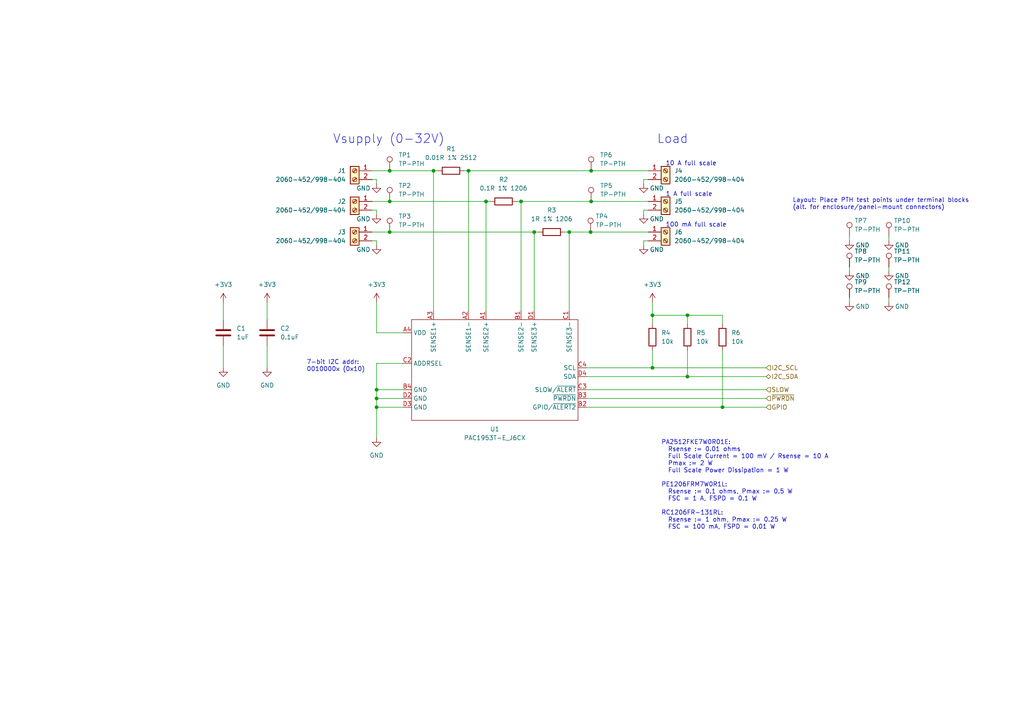
<source format=kicad_sch>
(kicad_sch (version 20211123) (generator eeschema)

  (uuid ce82fbda-e06d-49cc-a744-32ea5e870665)

  (paper "A4")

  (lib_symbols
    (symbol "Connector:Screw_Terminal_01x02" (pin_names (offset 1.016) hide) (in_bom yes) (on_board yes)
      (property "Reference" "J" (id 0) (at 0 2.54 0)
        (effects (font (size 1.27 1.27)))
      )
      (property "Value" "Screw_Terminal_01x02" (id 1) (at 0 -5.08 0)
        (effects (font (size 1.27 1.27)))
      )
      (property "Footprint" "" (id 2) (at 0 0 0)
        (effects (font (size 1.27 1.27)) hide)
      )
      (property "Datasheet" "~" (id 3) (at 0 0 0)
        (effects (font (size 1.27 1.27)) hide)
      )
      (property "ki_keywords" "screw terminal" (id 4) (at 0 0 0)
        (effects (font (size 1.27 1.27)) hide)
      )
      (property "ki_description" "Generic screw terminal, single row, 01x02, script generated (kicad-library-utils/schlib/autogen/connector/)" (id 5) (at 0 0 0)
        (effects (font (size 1.27 1.27)) hide)
      )
      (property "ki_fp_filters" "TerminalBlock*:*" (id 6) (at 0 0 0)
        (effects (font (size 1.27 1.27)) hide)
      )
      (symbol "Screw_Terminal_01x02_1_1"
        (rectangle (start -1.27 1.27) (end 1.27 -3.81)
          (stroke (width 0.254) (type default) (color 0 0 0 0))
          (fill (type background))
        )
        (circle (center 0 -2.54) (radius 0.635)
          (stroke (width 0.1524) (type default) (color 0 0 0 0))
          (fill (type none))
        )
        (polyline
          (pts
            (xy -0.5334 -2.2098)
            (xy 0.3302 -3.048)
          )
          (stroke (width 0.1524) (type default) (color 0 0 0 0))
          (fill (type none))
        )
        (polyline
          (pts
            (xy -0.5334 0.3302)
            (xy 0.3302 -0.508)
          )
          (stroke (width 0.1524) (type default) (color 0 0 0 0))
          (fill (type none))
        )
        (polyline
          (pts
            (xy -0.3556 -2.032)
            (xy 0.508 -2.8702)
          )
          (stroke (width 0.1524) (type default) (color 0 0 0 0))
          (fill (type none))
        )
        (polyline
          (pts
            (xy -0.3556 0.508)
            (xy 0.508 -0.3302)
          )
          (stroke (width 0.1524) (type default) (color 0 0 0 0))
          (fill (type none))
        )
        (circle (center 0 0) (radius 0.635)
          (stroke (width 0.1524) (type default) (color 0 0 0 0))
          (fill (type none))
        )
        (pin passive line (at -5.08 0 0) (length 3.81)
          (name "Pin_1" (effects (font (size 1.27 1.27))))
          (number "1" (effects (font (size 1.27 1.27))))
        )
        (pin passive line (at -5.08 -2.54 0) (length 3.81)
          (name "Pin_2" (effects (font (size 1.27 1.27))))
          (number "2" (effects (font (size 1.27 1.27))))
        )
      )
    )
    (symbol "Connector:TestPoint" (pin_numbers hide) (pin_names (offset 0.762) hide) (in_bom yes) (on_board yes)
      (property "Reference" "TP" (id 0) (at 0 6.858 0)
        (effects (font (size 1.27 1.27)))
      )
      (property "Value" "TestPoint" (id 1) (at 0 5.08 0)
        (effects (font (size 1.27 1.27)))
      )
      (property "Footprint" "" (id 2) (at 5.08 0 0)
        (effects (font (size 1.27 1.27)) hide)
      )
      (property "Datasheet" "~" (id 3) (at 5.08 0 0)
        (effects (font (size 1.27 1.27)) hide)
      )
      (property "ki_keywords" "test point tp" (id 4) (at 0 0 0)
        (effects (font (size 1.27 1.27)) hide)
      )
      (property "ki_description" "test point" (id 5) (at 0 0 0)
        (effects (font (size 1.27 1.27)) hide)
      )
      (property "ki_fp_filters" "Pin* Test*" (id 6) (at 0 0 0)
        (effects (font (size 1.27 1.27)) hide)
      )
      (symbol "TestPoint_0_1"
        (circle (center 0 3.302) (radius 0.762)
          (stroke (width 0) (type default) (color 0 0 0 0))
          (fill (type none))
        )
      )
      (symbol "TestPoint_1_1"
        (pin passive line (at 0 0 90) (length 2.54)
          (name "1" (effects (font (size 1.27 1.27))))
          (number "1" (effects (font (size 1.27 1.27))))
        )
      )
    )
    (symbol "Device:C" (pin_numbers hide) (pin_names (offset 0.254)) (in_bom yes) (on_board yes)
      (property "Reference" "C" (id 0) (at 0.635 2.54 0)
        (effects (font (size 1.27 1.27)) (justify left))
      )
      (property "Value" "C" (id 1) (at 0.635 -2.54 0)
        (effects (font (size 1.27 1.27)) (justify left))
      )
      (property "Footprint" "" (id 2) (at 0.9652 -3.81 0)
        (effects (font (size 1.27 1.27)) hide)
      )
      (property "Datasheet" "~" (id 3) (at 0 0 0)
        (effects (font (size 1.27 1.27)) hide)
      )
      (property "ki_keywords" "cap capacitor" (id 4) (at 0 0 0)
        (effects (font (size 1.27 1.27)) hide)
      )
      (property "ki_description" "Unpolarized capacitor" (id 5) (at 0 0 0)
        (effects (font (size 1.27 1.27)) hide)
      )
      (property "ki_fp_filters" "C_*" (id 6) (at 0 0 0)
        (effects (font (size 1.27 1.27)) hide)
      )
      (symbol "C_0_1"
        (polyline
          (pts
            (xy -2.032 -0.762)
            (xy 2.032 -0.762)
          )
          (stroke (width 0.508) (type default) (color 0 0 0 0))
          (fill (type none))
        )
        (polyline
          (pts
            (xy -2.032 0.762)
            (xy 2.032 0.762)
          )
          (stroke (width 0.508) (type default) (color 0 0 0 0))
          (fill (type none))
        )
      )
      (symbol "C_1_1"
        (pin passive line (at 0 3.81 270) (length 2.794)
          (name "~" (effects (font (size 1.27 1.27))))
          (number "1" (effects (font (size 1.27 1.27))))
        )
        (pin passive line (at 0 -3.81 90) (length 2.794)
          (name "~" (effects (font (size 1.27 1.27))))
          (number "2" (effects (font (size 1.27 1.27))))
        )
      )
    )
    (symbol "Device:R" (pin_numbers hide) (pin_names (offset 0)) (in_bom yes) (on_board yes)
      (property "Reference" "R" (id 0) (at 2.032 0 90)
        (effects (font (size 1.27 1.27)))
      )
      (property "Value" "R" (id 1) (at 0 0 90)
        (effects (font (size 1.27 1.27)))
      )
      (property "Footprint" "" (id 2) (at -1.778 0 90)
        (effects (font (size 1.27 1.27)) hide)
      )
      (property "Datasheet" "~" (id 3) (at 0 0 0)
        (effects (font (size 1.27 1.27)) hide)
      )
      (property "ki_keywords" "R res resistor" (id 4) (at 0 0 0)
        (effects (font (size 1.27 1.27)) hide)
      )
      (property "ki_description" "Resistor" (id 5) (at 0 0 0)
        (effects (font (size 1.27 1.27)) hide)
      )
      (property "ki_fp_filters" "R_*" (id 6) (at 0 0 0)
        (effects (font (size 1.27 1.27)) hide)
      )
      (symbol "R_0_1"
        (rectangle (start -1.016 -2.54) (end 1.016 2.54)
          (stroke (width 0.254) (type default) (color 0 0 0 0))
          (fill (type none))
        )
      )
      (symbol "R_1_1"
        (pin passive line (at 0 3.81 270) (length 1.27)
          (name "~" (effects (font (size 1.27 1.27))))
          (number "1" (effects (font (size 1.27 1.27))))
        )
        (pin passive line (at 0 -3.81 90) (length 1.27)
          (name "~" (effects (font (size 1.27 1.27))))
          (number "2" (effects (font (size 1.27 1.27))))
        )
      )
    )
    (symbol "ik:PAC1953T-E_J6CX" (in_bom yes) (on_board yes)
      (property "Reference" "U" (id 0) (at -24.13 10.16 0)
        (effects (font (size 1.27 1.27)))
      )
      (property "Value" "PAC1953T-E_J6CX" (id 1) (at -15.24 -21.59 0)
        (effects (font (size 1.27 1.27)))
      )
      (property "Footprint" "" (id 2) (at -10.16 10.16 0)
        (effects (font (size 1.27 1.27)) hide)
      )
      (property "Datasheet" "" (id 3) (at -10.16 10.16 0)
        (effects (font (size 1.27 1.27)) hide)
      )
      (symbol "PAC1953T-E_J6CX_0_1"
        (rectangle (start -24.13 8.89) (end 24.13 -20.32)
          (stroke (width 0) (type default) (color 0 0 0 0))
          (fill (type none))
        )
      )
      (symbol "PAC1953T-E_J6CX_1_1"
        (pin passive line (at -2.54 11.43 270) (length 2.54)
          (name "SENSE2+" (effects (font (size 1.27 1.27))))
          (number "A1" (effects (font (size 1.27 1.27))))
        )
        (pin passive line (at -7.62 11.43 270) (length 2.54)
          (name "SENSE1-" (effects (font (size 1.27 1.27))))
          (number "A2" (effects (font (size 1.27 1.27))))
        )
        (pin passive line (at -17.78 11.43 270) (length 2.54)
          (name "SENSE1+" (effects (font (size 1.27 1.27))))
          (number "A3" (effects (font (size 1.27 1.27))))
        )
        (pin power_in line (at -26.67 5.08 0) (length 2.54)
          (name "VDD" (effects (font (size 1.27 1.27))))
          (number "A4" (effects (font (size 1.27 1.27))))
        )
        (pin passive line (at 7.62 11.43 270) (length 2.54)
          (name "SENSE2-" (effects (font (size 1.27 1.27))))
          (number "B1" (effects (font (size 1.27 1.27))))
        )
        (pin open_collector line (at 26.67 -16.51 180) (length 2.54)
          (name "GPIO/~{ALERT2}" (effects (font (size 1.27 1.27))))
          (number "B2" (effects (font (size 1.27 1.27))))
        )
        (pin input line (at 26.67 -13.97 180) (length 2.54)
          (name "~{PWRDN}" (effects (font (size 1.27 1.27))))
          (number "B3" (effects (font (size 1.27 1.27))))
        )
        (pin power_in line (at -26.67 -11.43 0) (length 2.54)
          (name "GND" (effects (font (size 1.27 1.27))))
          (number "B4" (effects (font (size 1.27 1.27))))
        )
        (pin passive line (at 21.59 11.43 270) (length 2.54)
          (name "SENSE3-" (effects (font (size 1.27 1.27))))
          (number "C1" (effects (font (size 1.27 1.27))))
        )
        (pin passive line (at -26.67 -3.81 0) (length 2.54)
          (name "ADDRSEL" (effects (font (size 1.27 1.27))))
          (number "C2" (effects (font (size 1.27 1.27))))
        )
        (pin bidirectional line (at 26.67 -11.43 180) (length 2.54)
          (name "SLOW/~{ALERT}" (effects (font (size 1.27 1.27))))
          (number "C3" (effects (font (size 1.27 1.27))))
        )
        (pin input line (at 26.67 -5.08 180) (length 2.54)
          (name "SCL" (effects (font (size 1.27 1.27))))
          (number "C4" (effects (font (size 1.27 1.27))))
        )
        (pin passive line (at 11.43 11.43 270) (length 2.54)
          (name "SENSE3+" (effects (font (size 1.27 1.27))))
          (number "D1" (effects (font (size 1.27 1.27))))
        )
        (pin passive line (at -26.67 -13.97 0) (length 2.54)
          (name "GND" (effects (font (size 1.27 1.27))))
          (number "D2" (effects (font (size 1.27 1.27))))
        )
        (pin passive line (at -26.67 -16.51 0) (length 2.54)
          (name "GND" (effects (font (size 1.27 1.27))))
          (number "D3" (effects (font (size 1.27 1.27))))
        )
        (pin open_collector line (at 26.67 -7.62 180) (length 2.54)
          (name "SDA" (effects (font (size 1.27 1.27))))
          (number "D4" (effects (font (size 1.27 1.27))))
        )
      )
    )
    (symbol "power:+3V3" (power) (pin_names (offset 0)) (in_bom yes) (on_board yes)
      (property "Reference" "#PWR" (id 0) (at 0 -3.81 0)
        (effects (font (size 1.27 1.27)) hide)
      )
      (property "Value" "+3V3" (id 1) (at 0 3.556 0)
        (effects (font (size 1.27 1.27)))
      )
      (property "Footprint" "" (id 2) (at 0 0 0)
        (effects (font (size 1.27 1.27)) hide)
      )
      (property "Datasheet" "" (id 3) (at 0 0 0)
        (effects (font (size 1.27 1.27)) hide)
      )
      (property "ki_keywords" "power-flag" (id 4) (at 0 0 0)
        (effects (font (size 1.27 1.27)) hide)
      )
      (property "ki_description" "Power symbol creates a global label with name \"+3V3\"" (id 5) (at 0 0 0)
        (effects (font (size 1.27 1.27)) hide)
      )
      (symbol "+3V3_0_1"
        (polyline
          (pts
            (xy -0.762 1.27)
            (xy 0 2.54)
          )
          (stroke (width 0) (type default) (color 0 0 0 0))
          (fill (type none))
        )
        (polyline
          (pts
            (xy 0 0)
            (xy 0 2.54)
          )
          (stroke (width 0) (type default) (color 0 0 0 0))
          (fill (type none))
        )
        (polyline
          (pts
            (xy 0 2.54)
            (xy 0.762 1.27)
          )
          (stroke (width 0) (type default) (color 0 0 0 0))
          (fill (type none))
        )
      )
      (symbol "+3V3_1_1"
        (pin power_in line (at 0 0 90) (length 0) hide
          (name "+3V3" (effects (font (size 1.27 1.27))))
          (number "1" (effects (font (size 1.27 1.27))))
        )
      )
    )
    (symbol "power:GND" (power) (pin_names (offset 0)) (in_bom yes) (on_board yes)
      (property "Reference" "#PWR" (id 0) (at 0 -6.35 0)
        (effects (font (size 1.27 1.27)) hide)
      )
      (property "Value" "GND" (id 1) (at 0 -3.81 0)
        (effects (font (size 1.27 1.27)))
      )
      (property "Footprint" "" (id 2) (at 0 0 0)
        (effects (font (size 1.27 1.27)) hide)
      )
      (property "Datasheet" "" (id 3) (at 0 0 0)
        (effects (font (size 1.27 1.27)) hide)
      )
      (property "ki_keywords" "power-flag" (id 4) (at 0 0 0)
        (effects (font (size 1.27 1.27)) hide)
      )
      (property "ki_description" "Power symbol creates a global label with name \"GND\" , ground" (id 5) (at 0 0 0)
        (effects (font (size 1.27 1.27)) hide)
      )
      (symbol "GND_0_1"
        (polyline
          (pts
            (xy 0 0)
            (xy 0 -1.27)
            (xy 1.27 -1.27)
            (xy 0 -2.54)
            (xy -1.27 -1.27)
            (xy 0 -1.27)
          )
          (stroke (width 0) (type default) (color 0 0 0 0))
          (fill (type none))
        )
      )
      (symbol "GND_1_1"
        (pin power_in line (at 0 0 270) (length 0) hide
          (name "GND" (effects (font (size 1.27 1.27))))
          (number "1" (effects (font (size 1.27 1.27))))
        )
      )
    )
  )

  (junction (at 140.97 58.42) (diameter 0) (color 0 0 0 0)
    (uuid 10e84886-e479-47b1-aa6e-621fc0de728e)
  )
  (junction (at 113.03 67.31) (diameter 0) (color 0 0 0 0)
    (uuid 242bb061-6435-4598-82a4-bf4a46a32c39)
  )
  (junction (at 189.23 106.68) (diameter 0) (color 0 0 0 0)
    (uuid 26352b34-74b9-4a36-9300-05d17e45c836)
  )
  (junction (at 171.2962 67.31) (diameter 0) (color 0 0 0 0)
    (uuid 33c56571-5c77-4f39-b765-88ab796e6eff)
  )
  (junction (at 151.13 58.42) (diameter 0) (color 0 0 0 0)
    (uuid 4e1a3a0a-a1db-4e25-9965-c9ee1cabf0dd)
  )
  (junction (at 109.22 118.11) (diameter 0) (color 0 0 0 0)
    (uuid 636f34ca-fe5c-4fa3-9b0a-fc24e3fb6a40)
  )
  (junction (at 109.22 115.57) (diameter 0) (color 0 0 0 0)
    (uuid 99df0b0d-a0d1-476e-8bf4-25488b46a13d)
  )
  (junction (at 209.55 118.11) (diameter 0) (color 0 0 0 0)
    (uuid 9e05c9a7-33f9-4d19-83c1-5aa9a470d178)
  )
  (junction (at 125.73 49.53) (diameter 0) (color 0 0 0 0)
    (uuid 9fa4fa92-74f6-4435-af35-36cca3589fb0)
  )
  (junction (at 199.39 91.44) (diameter 0) (color 0 0 0 0)
    (uuid ab552a75-ad43-46d1-ac3b-3d933fecddb5)
  )
  (junction (at 135.89 49.53) (diameter 0) (color 0 0 0 0)
    (uuid bd8f7a3d-c4b8-4fe8-8666-dc6633770165)
  )
  (junction (at 189.23 91.44) (diameter 0) (color 0 0 0 0)
    (uuid c5b51389-903d-47d4-8aa6-0a721e8fe9c1)
  )
  (junction (at 109.22 113.03) (diameter 0) (color 0 0 0 0)
    (uuid c78f65fa-a030-469f-965a-f81d8f3afba6)
  )
  (junction (at 113.03 58.42) (diameter 0) (color 0 0 0 0)
    (uuid c8b2826e-7b39-481b-aa2f-31b0c502c17c)
  )
  (junction (at 171.45 58.42) (diameter 0) (color 0 0 0 0)
    (uuid c9a7a15a-5c64-46fc-ad1c-d2a8bb8121a4)
  )
  (junction (at 154.94 67.31) (diameter 0) (color 0 0 0 0)
    (uuid cf837027-ec35-46f1-8ad2-040aa1cf73e5)
  )
  (junction (at 113.03 49.53) (diameter 0) (color 0 0 0 0)
    (uuid cfb2950a-e939-450d-832e-6bfff7dee624)
  )
  (junction (at 165.1 67.31) (diameter 0) (color 0 0 0 0)
    (uuid d2e72b03-63c0-428d-960d-391502b48c2b)
  )
  (junction (at 199.39 109.22) (diameter 0) (color 0 0 0 0)
    (uuid e4856c34-1d7e-439e-8b86-dfc7c6811272)
  )
  (junction (at 171.45 49.53) (diameter 0) (color 0 0 0 0)
    (uuid e6c8c537-532c-4b99-a96a-d9a59d656808)
  )

  (wire (pts (xy 77.47 87.63) (xy 77.47 92.71))
    (stroke (width 0) (type default) (color 0 0 0 0))
    (uuid 03403013-92be-474a-b951-5de6d2059c9c)
  )
  (wire (pts (xy 113.03 67.31) (xy 154.94 67.31))
    (stroke (width 0) (type default) (color 0 0 0 0))
    (uuid 03f9ba24-d7e9-43f5-9b2a-f73d6d6d5ab5)
  )
  (wire (pts (xy 151.13 58.42) (xy 171.45 58.42))
    (stroke (width 0) (type default) (color 0 0 0 0))
    (uuid 04a3dca1-5fa5-41cf-ab35-41003e18ee47)
  )
  (wire (pts (xy 113.03 49.53) (xy 125.73 49.53))
    (stroke (width 0) (type default) (color 0 0 0 0))
    (uuid 0b0ae85e-b511-48cf-8367-da02ec847dbe)
  )
  (wire (pts (xy 170.18 106.68) (xy 189.23 106.68))
    (stroke (width 0) (type default) (color 0 0 0 0))
    (uuid 0d57c597-5f28-4ec6-8904-006fc9b9d381)
  )
  (wire (pts (xy 209.55 118.11) (xy 222.25 118.11))
    (stroke (width 0) (type default) (color 0 0 0 0))
    (uuid 0f16b334-7fe8-4a58-986d-c4db704435a6)
  )
  (wire (pts (xy 257.81 86.36) (xy 257.81 87.63))
    (stroke (width 0) (type default) (color 0 0 0 0))
    (uuid 0f630f75-615d-4ffd-89b6-d996d06418c6)
  )
  (wire (pts (xy 170.18 115.57) (xy 222.25 115.57))
    (stroke (width 0) (type default) (color 0 0 0 0))
    (uuid 106f91b4-9aae-4e1d-a231-717688793c9d)
  )
  (wire (pts (xy 107.95 52.07) (xy 109.22 52.07))
    (stroke (width 0) (type default) (color 0 0 0 0))
    (uuid 10fd4b35-d87c-48e9-8866-e82114a757f6)
  )
  (wire (pts (xy 246.38 68.58) (xy 246.38 69.85))
    (stroke (width 0) (type default) (color 0 0 0 0))
    (uuid 128523ef-4883-451e-b779-c434d197c793)
  )
  (wire (pts (xy 165.1 67.31) (xy 171.2962 67.31))
    (stroke (width 0) (type default) (color 0 0 0 0))
    (uuid 1ac56787-d3ea-469e-928b-65b02d45819b)
  )
  (wire (pts (xy 187.96 69.85) (xy 186.69 69.85))
    (stroke (width 0) (type default) (color 0 0 0 0))
    (uuid 1b2e93b4-ffb5-42af-a40e-190409c55f4f)
  )
  (wire (pts (xy 109.22 60.96) (xy 109.22 62.23))
    (stroke (width 0) (type default) (color 0 0 0 0))
    (uuid 1bb87b1d-3854-4c98-8dee-7dcec71356ea)
  )
  (wire (pts (xy 109.22 52.07) (xy 109.22 53.34))
    (stroke (width 0) (type default) (color 0 0 0 0))
    (uuid 1d8a44df-9e65-4c5e-b09e-8e9314974188)
  )
  (wire (pts (xy 199.39 93.98) (xy 199.39 91.44))
    (stroke (width 0) (type default) (color 0 0 0 0))
    (uuid 2377af65-4ddc-4b27-aa27-06ea0591ee68)
  )
  (wire (pts (xy 109.22 113.03) (xy 116.84 113.03))
    (stroke (width 0) (type default) (color 0 0 0 0))
    (uuid 274465f0-41e7-4702-aa90-f3037c193441)
  )
  (wire (pts (xy 170.18 118.11) (xy 209.55 118.11))
    (stroke (width 0) (type default) (color 0 0 0 0))
    (uuid 292b8a5c-66b5-4d3e-a2c4-9301e9c57764)
  )
  (wire (pts (xy 125.73 49.53) (xy 125.73 90.17))
    (stroke (width 0) (type default) (color 0 0 0 0))
    (uuid 299e27dc-e4d4-490c-a163-94c5ed2e3959)
  )
  (wire (pts (xy 149.86 58.42) (xy 151.13 58.42))
    (stroke (width 0) (type default) (color 0 0 0 0))
    (uuid 34a76fec-7872-411c-a3ae-d661a7c8b39c)
  )
  (wire (pts (xy 113.03 58.42) (xy 140.97 58.42))
    (stroke (width 0) (type default) (color 0 0 0 0))
    (uuid 388dd820-af61-456b-8a43-9e20ab62bde4)
  )
  (wire (pts (xy 199.39 109.22) (xy 222.25 109.22))
    (stroke (width 0) (type default) (color 0 0 0 0))
    (uuid 453c7589-1df7-4b6b-bb66-4a64433d2b12)
  )
  (wire (pts (xy 151.13 58.42) (xy 151.13 90.17))
    (stroke (width 0) (type default) (color 0 0 0 0))
    (uuid 4ab58d71-5dfd-47c7-898a-d824b2097e22)
  )
  (wire (pts (xy 109.22 118.11) (xy 109.22 115.57))
    (stroke (width 0) (type default) (color 0 0 0 0))
    (uuid 4b888a50-5370-4bf7-8b51-30c46a355df4)
  )
  (wire (pts (xy 116.84 105.41) (xy 109.22 105.41))
    (stroke (width 0) (type default) (color 0 0 0 0))
    (uuid 4df412ae-87c4-4ec7-8738-a6a72291cb75)
  )
  (wire (pts (xy 187.96 52.07) (xy 186.69 52.07))
    (stroke (width 0) (type default) (color 0 0 0 0))
    (uuid 4f499b77-8c63-4662-9df4-db13ea5c7e26)
  )
  (wire (pts (xy 171.45 49.53) (xy 187.96 49.53))
    (stroke (width 0) (type default) (color 0 0 0 0))
    (uuid 527fed51-8baa-49c2-b18b-1d6aa8c7f63e)
  )
  (wire (pts (xy 154.94 67.31) (xy 154.94 90.17))
    (stroke (width 0) (type default) (color 0 0 0 0))
    (uuid 532f5069-3004-416e-8084-dc90dc0fa44e)
  )
  (wire (pts (xy 186.69 52.07) (xy 186.69 53.34))
    (stroke (width 0) (type default) (color 0 0 0 0))
    (uuid 5b456f37-3e21-4894-bd0a-d7ad20585ad1)
  )
  (wire (pts (xy 135.89 90.17) (xy 135.89 49.53))
    (stroke (width 0) (type default) (color 0 0 0 0))
    (uuid 5b96b39e-c078-4df8-9e78-5aa27bbb055b)
  )
  (wire (pts (xy 109.22 105.41) (xy 109.22 113.03))
    (stroke (width 0) (type default) (color 0 0 0 0))
    (uuid 5c946c69-aabf-45dc-9f47-f37983b2dc53)
  )
  (wire (pts (xy 199.39 101.6) (xy 199.39 109.22))
    (stroke (width 0) (type default) (color 0 0 0 0))
    (uuid 5cd4f201-7b0d-45f6-aead-1d0916760cd6)
  )
  (wire (pts (xy 189.23 101.6) (xy 189.23 106.68))
    (stroke (width 0) (type default) (color 0 0 0 0))
    (uuid 5ecedcd8-43be-4d09-9dba-ca72eb327473)
  )
  (wire (pts (xy 189.23 106.68) (xy 222.25 106.68))
    (stroke (width 0) (type default) (color 0 0 0 0))
    (uuid 61d5678c-6f5f-45bb-ae86-1b48fc8bc1ae)
  )
  (wire (pts (xy 125.73 49.53) (xy 127 49.53))
    (stroke (width 0) (type default) (color 0 0 0 0))
    (uuid 6423ab9d-e1eb-4795-a3c0-7296a66e77f5)
  )
  (wire (pts (xy 209.55 91.44) (xy 199.39 91.44))
    (stroke (width 0) (type default) (color 0 0 0 0))
    (uuid 670fd136-fd9e-46e4-82d0-a56d4412e198)
  )
  (wire (pts (xy 171.45 58.42) (xy 187.96 58.42))
    (stroke (width 0) (type default) (color 0 0 0 0))
    (uuid 67fdb7f9-46b5-4bab-ac23-0d7ac0e657f8)
  )
  (wire (pts (xy 163.83 67.31) (xy 165.1 67.31))
    (stroke (width 0) (type default) (color 0 0 0 0))
    (uuid 6972c9e5-7a23-4e89-9d21-e223f52a3939)
  )
  (wire (pts (xy 64.77 100.33) (xy 64.77 106.68))
    (stroke (width 0) (type default) (color 0 0 0 0))
    (uuid 6c97b18c-b652-4528-8004-b3a3552bcbed)
  )
  (wire (pts (xy 189.23 87.63) (xy 189.23 91.44))
    (stroke (width 0) (type default) (color 0 0 0 0))
    (uuid 788cec3f-0b14-4e7a-8bfb-a759f8fe321b)
  )
  (wire (pts (xy 109.22 115.57) (xy 116.84 115.57))
    (stroke (width 0) (type default) (color 0 0 0 0))
    (uuid 7956388e-953c-44cd-9818-020b2e5e3f13)
  )
  (wire (pts (xy 186.69 60.96) (xy 186.69 62.23))
    (stroke (width 0) (type default) (color 0 0 0 0))
    (uuid 7c8c6257-c58d-4210-83ab-de5b9544cf50)
  )
  (wire (pts (xy 165.1 67.31) (xy 165.1 90.17))
    (stroke (width 0) (type default) (color 0 0 0 0))
    (uuid 7fe29623-27b2-4b9f-9bb4-7986b736ccf5)
  )
  (wire (pts (xy 257.81 77.47) (xy 257.81 78.74))
    (stroke (width 0) (type default) (color 0 0 0 0))
    (uuid 80ee05fc-98ce-4ff3-ae69-8e8966aa81ec)
  )
  (wire (pts (xy 109.22 118.11) (xy 116.84 118.11))
    (stroke (width 0) (type default) (color 0 0 0 0))
    (uuid 82e86ded-6ef0-4071-9932-633313c36400)
  )
  (wire (pts (xy 209.55 101.6) (xy 209.55 118.11))
    (stroke (width 0) (type default) (color 0 0 0 0))
    (uuid 88b92ff7-38d8-45cf-8b6c-fa1c08571a06)
  )
  (wire (pts (xy 189.23 91.44) (xy 189.23 93.98))
    (stroke (width 0) (type default) (color 0 0 0 0))
    (uuid 8b4b81a3-b7d6-4910-a197-d3c372f93487)
  )
  (wire (pts (xy 170.18 109.22) (xy 199.39 109.22))
    (stroke (width 0) (type default) (color 0 0 0 0))
    (uuid 945c4d28-8761-445d-acc0-ac8e235b098f)
  )
  (wire (pts (xy 64.77 87.63) (xy 64.77 92.71))
    (stroke (width 0) (type default) (color 0 0 0 0))
    (uuid 94bc4ffd-54fe-4c85-a085-14b99e900802)
  )
  (wire (pts (xy 170.18 113.03) (xy 222.25 113.03))
    (stroke (width 0) (type default) (color 0 0 0 0))
    (uuid 9535370e-c5e1-448d-81bc-64e345b70b1b)
  )
  (wire (pts (xy 135.89 49.53) (xy 134.62 49.53))
    (stroke (width 0) (type default) (color 0 0 0 0))
    (uuid 9f334761-e623-49b4-8ac4-40f534a757b8)
  )
  (wire (pts (xy 109.22 115.57) (xy 109.22 113.03))
    (stroke (width 0) (type default) (color 0 0 0 0))
    (uuid a9f92e22-6acf-408e-ad19-f57422bc2f18)
  )
  (wire (pts (xy 107.95 67.31) (xy 113.03 67.31))
    (stroke (width 0) (type default) (color 0 0 0 0))
    (uuid acab6f87-b9cf-4d11-99d4-0b973122d32b)
  )
  (wire (pts (xy 140.97 58.42) (xy 140.97 90.17))
    (stroke (width 0) (type default) (color 0 0 0 0))
    (uuid adee290e-7adc-4ccb-946e-fcf34acd510b)
  )
  (wire (pts (xy 187.96 60.96) (xy 186.69 60.96))
    (stroke (width 0) (type default) (color 0 0 0 0))
    (uuid b6c5ba21-ea00-4e4a-a9c0-00e85c505a84)
  )
  (wire (pts (xy 246.38 77.47) (xy 246.38 78.74))
    (stroke (width 0) (type default) (color 0 0 0 0))
    (uuid b99595e8-4854-4f98-8058-ff80ea17f64d)
  )
  (wire (pts (xy 186.69 69.85) (xy 186.69 71.12))
    (stroke (width 0) (type default) (color 0 0 0 0))
    (uuid ba8cca91-cdd4-4e19-ac83-ae0102891596)
  )
  (wire (pts (xy 107.95 49.53) (xy 113.03 49.53))
    (stroke (width 0) (type default) (color 0 0 0 0))
    (uuid ba903444-d893-401b-a897-20219f0fe1e0)
  )
  (wire (pts (xy 107.95 69.85) (xy 109.22 69.85))
    (stroke (width 0) (type default) (color 0 0 0 0))
    (uuid bac8c664-c0da-4881-900e-49cbb93a1373)
  )
  (wire (pts (xy 257.81 68.58) (xy 257.81 69.85))
    (stroke (width 0) (type default) (color 0 0 0 0))
    (uuid bf9b102b-d637-4eb7-a652-e102670db4f7)
  )
  (wire (pts (xy 107.95 60.96) (xy 109.22 60.96))
    (stroke (width 0) (type default) (color 0 0 0 0))
    (uuid cbfe97ad-7d2a-41e0-8c68-07dcb9c00079)
  )
  (wire (pts (xy 199.39 91.44) (xy 189.23 91.44))
    (stroke (width 0) (type default) (color 0 0 0 0))
    (uuid d35a2bba-f514-457f-a14a-c8a19dd9ec41)
  )
  (wire (pts (xy 171.2962 67.31) (xy 187.96 67.31))
    (stroke (width 0) (type default) (color 0 0 0 0))
    (uuid d554576a-b8e9-43a1-a91f-0e964c20f2c3)
  )
  (wire (pts (xy 140.97 58.42) (xy 142.24 58.42))
    (stroke (width 0) (type default) (color 0 0 0 0))
    (uuid dc2e81b6-b930-4d3d-9485-0389defdc1f3)
  )
  (wire (pts (xy 135.89 49.53) (xy 171.45 49.53))
    (stroke (width 0) (type default) (color 0 0 0 0))
    (uuid e3a954ea-9956-45fc-ad46-de9a746ac81c)
  )
  (wire (pts (xy 109.22 127) (xy 109.22 118.11))
    (stroke (width 0) (type default) (color 0 0 0 0))
    (uuid e7f4f65b-4817-4bf4-8a32-98fca2dc75cb)
  )
  (wire (pts (xy 154.94 67.31) (xy 156.21 67.31))
    (stroke (width 0) (type default) (color 0 0 0 0))
    (uuid e86a8212-f008-4e60-a6df-94ac0500f1a2)
  )
  (wire (pts (xy 77.47 100.33) (xy 77.47 106.68))
    (stroke (width 0) (type default) (color 0 0 0 0))
    (uuid e9762b59-f81f-4d73-8aff-25dc3c3e8a03)
  )
  (wire (pts (xy 109.22 87.63) (xy 109.22 96.52))
    (stroke (width 0) (type default) (color 0 0 0 0))
    (uuid ec6b684a-ac78-42b3-962f-04161b59563a)
  )
  (wire (pts (xy 107.95 58.42) (xy 113.03 58.42))
    (stroke (width 0) (type default) (color 0 0 0 0))
    (uuid f7d61814-0aca-4ac4-8fa2-4eb34b807eac)
  )
  (wire (pts (xy 246.38 86.36) (xy 246.38 87.63))
    (stroke (width 0) (type default) (color 0 0 0 0))
    (uuid f95515e1-c52c-43bb-8683-dc0d7fb46742)
  )
  (wire (pts (xy 109.22 96.52) (xy 116.84 96.52))
    (stroke (width 0) (type default) (color 0 0 0 0))
    (uuid fb663dd1-79fd-4ffe-b42a-faba1e463a3c)
  )
  (wire (pts (xy 109.22 69.85) (xy 109.22 71.12))
    (stroke (width 0) (type default) (color 0 0 0 0))
    (uuid fc19c922-07d4-4124-8bd6-fdd4ca8c23b6)
  )
  (wire (pts (xy 209.55 93.98) (xy 209.55 91.44))
    (stroke (width 0) (type default) (color 0 0 0 0))
    (uuid fc4f52a8-cf25-4537-bce6-42bd964046c4)
  )

  (text "Load" (at 190.5 41.91 0)
    (effects (font (size 2.54 2.54)) (justify left bottom))
    (uuid 12d325d0-092e-4c6d-b170-4a7e28652a97)
  )
  (text "100 mA full scale" (at 193.04 66.04 0)
    (effects (font (size 1.27 1.27)) (justify left bottom))
    (uuid 719abcb6-7628-4b94-a978-acb5e0f7b473)
  )
  (text "Layout: Place PTH test points under terminal blocks\n(alt. for enclosure/panel-mount connectors)"
    (at 229.87 60.96 0)
    (effects (font (size 1.27 1.27)) (justify left bottom))
    (uuid b84979bb-29e1-4f1b-951c-78f83e93a416)
  )
  (text "7-bit I2C addr:\n0010000x (0x10)" (at 88.9 107.95 0)
    (effects (font (size 1.27 1.27)) (justify left bottom))
    (uuid c256589d-83d1-4f06-a2eb-b3eee59a3f04)
  )
  (text "10 A full scale" (at 193.04 48.26 0)
    (effects (font (size 1.27 1.27)) (justify left bottom))
    (uuid c4648169-65ea-4ebf-a98e-90077daf1ca8)
  )
  (text "1 A full scale" (at 193.04 57.15 0)
    (effects (font (size 1.27 1.27)) (justify left bottom))
    (uuid c8498f7b-6902-4269-be04-1098d5204771)
  )
  (text "PA2512FKE7W0R01E:\n  Rsense := 0.01 ohms\n  Full Scale Current = 100 mV / Rsense = 10 A\n  Pmax := 2 W\n  Full Scale Power Dissipation = 1 W\n\nPE1206FRM7W0R1L:\n  Rsense := 0.1 ohms, Pmax := 0.5 W\n  FSC = 1 A, FSPD = 0.1 W\n\nRC1206FR-131RL:\n  Rsense := 1 ohm, Pmax := 0.25 W\n  FSC = 100 mA, FSPD = 0.01 W"
    (at 191.77 153.67 0)
    (effects (font (size 1.27 1.27)) (justify left bottom))
    (uuid cc9381b7-17ed-40bc-be14-d9cc98302b69)
  )
  (text "Vsupply (0-32V)" (at 96.52 41.91 0)
    (effects (font (size 2.54 2.54)) (justify left bottom))
    (uuid e63490e0-2c32-4090-8aff-308a78f2014e)
  )

  (hierarchical_label "I2C_SCL" (shape input) (at 222.25 106.68 0)
    (effects (font (size 1.27 1.27)) (justify left))
    (uuid 5ca2957f-6c47-4aeb-8e92-762eef256333)
  )
  (hierarchical_label "SLOW" (shape input) (at 222.25 113.03 0)
    (effects (font (size 1.27 1.27)) (justify left))
    (uuid 74fb89c0-aa40-46b3-94fe-9b1dddf2a03f)
  )
  (hierarchical_label "GPIO" (shape input) (at 222.25 118.11 0)
    (effects (font (size 1.27 1.27)) (justify left))
    (uuid a904bf33-2991-4945-b13c-eded14375aab)
  )
  (hierarchical_label "~{PWRDN}" (shape input) (at 222.25 115.57 0)
    (effects (font (size 1.27 1.27)) (justify left))
    (uuid e4be26cf-6fb9-48b0-93b5-b2835a70329e)
  )
  (hierarchical_label "I2C_SDA" (shape bidirectional) (at 222.25 109.22 0)
    (effects (font (size 1.27 1.27)) (justify left))
    (uuid f382237a-4678-4005-a93c-2c85cf0602a9)
  )

  (symbol (lib_id "Device:R") (at 199.39 97.79 0) (unit 1)
    (in_bom yes) (on_board yes) (fields_autoplaced)
    (uuid 095d800e-c57c-4002-b939-11f909c8c461)
    (property "Reference" "R5" (id 0) (at 201.93 96.5199 0)
      (effects (font (size 1.27 1.27)) (justify left))
    )
    (property "Value" "10k" (id 1) (at 201.93 99.0599 0)
      (effects (font (size 1.27 1.27)) (justify left))
    )
    (property "Footprint" "Resistor_SMD:R_0402_1005Metric" (id 2) (at 197.612 97.79 90)
      (effects (font (size 1.27 1.27)) hide)
    )
    (property "Datasheet" "~" (id 3) (at 199.39 97.79 0)
      (effects (font (size 1.27 1.27)) hide)
    )
    (pin "1" (uuid 9f1bb11f-622a-4c28-b624-a2dde6863ccd))
    (pin "2" (uuid 39aea8e9-f444-4a94-bb95-cb15e9d46dc5))
  )

  (symbol (lib_id "Device:R") (at 189.23 97.79 0) (unit 1)
    (in_bom yes) (on_board yes) (fields_autoplaced)
    (uuid 0a2ffd6c-a897-42e4-8c34-7d6acdbe07a5)
    (property "Reference" "R4" (id 0) (at 191.77 96.5199 0)
      (effects (font (size 1.27 1.27)) (justify left))
    )
    (property "Value" "10k" (id 1) (at 191.77 99.0599 0)
      (effects (font (size 1.27 1.27)) (justify left))
    )
    (property "Footprint" "Resistor_SMD:R_0402_1005Metric" (id 2) (at 187.452 97.79 90)
      (effects (font (size 1.27 1.27)) hide)
    )
    (property "Datasheet" "~" (id 3) (at 189.23 97.79 0)
      (effects (font (size 1.27 1.27)) hide)
    )
    (pin "1" (uuid 5b359bb7-e074-40ad-82cd-2ff6b2c00d17))
    (pin "2" (uuid 31301bd0-d2dc-4d07-8fed-f4cebc720c5e))
  )

  (symbol (lib_id "power:GND") (at 186.69 71.12 0) (unit 1)
    (in_bom yes) (on_board yes)
    (uuid 0e9a84f2-b875-491b-a4ae-142e56189d43)
    (property "Reference" "#PWR0114" (id 0) (at 186.69 77.47 0)
      (effects (font (size 1.27 1.27)) hide)
    )
    (property "Value" "GND" (id 1) (at 190.5 72.39 0))
    (property "Footprint" "" (id 2) (at 186.69 71.12 0)
      (effects (font (size 1.27 1.27)) hide)
    )
    (property "Datasheet" "" (id 3) (at 186.69 71.12 0)
      (effects (font (size 1.27 1.27)) hide)
    )
    (pin "1" (uuid a2bc17a0-c7ac-456a-80e3-ffe16fdf56a6))
  )

  (symbol (lib_id "Connector:Screw_Terminal_01x02") (at 102.87 58.42 0) (mirror y) (unit 1)
    (in_bom yes) (on_board yes) (fields_autoplaced)
    (uuid 109a356c-f3d4-4b17-bcc8-e214a5583158)
    (property "Reference" "J2" (id 0) (at 100.33 58.4199 0)
      (effects (font (size 1.27 1.27)) (justify left))
    )
    (property "Value" "2060-452/998-404" (id 1) (at 100.33 60.9599 0)
      (effects (font (size 1.27 1.27)) (justify left))
    )
    (property "Footprint" "" (id 2) (at 102.87 58.42 0)
      (effects (font (size 1.27 1.27)) hide)
    )
    (property "Datasheet" "~" (id 3) (at 102.87 58.42 0)
      (effects (font (size 1.27 1.27)) hide)
    )
    (pin "1" (uuid 267e1d7d-af3d-4c76-92ad-89f7403e29b6))
    (pin "2" (uuid e630137c-4244-4f25-94a2-286993fdcbe8))
  )

  (symbol (lib_id "Connector:TestPoint") (at 113.03 67.31 0) (unit 1)
    (in_bom yes) (on_board yes) (fields_autoplaced)
    (uuid 129e185b-18ec-4be2-825d-8b2bfb90c834)
    (property "Reference" "TP3" (id 0) (at 115.57 62.7379 0)
      (effects (font (size 1.27 1.27)) (justify left))
    )
    (property "Value" "TP-PTH" (id 1) (at 115.57 65.2779 0)
      (effects (font (size 1.27 1.27)) (justify left))
    )
    (property "Footprint" "TestPoint:TestPoint_THTPad_D4.0mm_Drill2.0mm" (id 2) (at 118.11 67.31 0)
      (effects (font (size 1.27 1.27)) hide)
    )
    (property "Datasheet" "~" (id 3) (at 118.11 67.31 0)
      (effects (font (size 1.27 1.27)) hide)
    )
    (pin "1" (uuid 84d037e6-9e8e-4b60-ab97-39c86210367f))
  )

  (symbol (lib_id "power:GND") (at 109.22 62.23 0) (mirror y) (unit 1)
    (in_bom yes) (on_board yes)
    (uuid 1617e2a4-57d1-4f05-be18-4357f070ce42)
    (property "Reference" "#PWR0117" (id 0) (at 109.22 68.58 0)
      (effects (font (size 1.27 1.27)) hide)
    )
    (property "Value" "GND" (id 1) (at 105.41 63.5 0))
    (property "Footprint" "" (id 2) (at 109.22 62.23 0)
      (effects (font (size 1.27 1.27)) hide)
    )
    (property "Datasheet" "" (id 3) (at 109.22 62.23 0)
      (effects (font (size 1.27 1.27)) hide)
    )
    (pin "1" (uuid ff74b14e-4e54-49ef-b0ef-0bdb316b831d))
  )

  (symbol (lib_id "power:GND") (at 186.69 53.34 0) (unit 1)
    (in_bom yes) (on_board yes)
    (uuid 19a63567-90e1-4b1d-a9c6-1dd3c7ae73a1)
    (property "Reference" "#PWR0115" (id 0) (at 186.69 59.69 0)
      (effects (font (size 1.27 1.27)) hide)
    )
    (property "Value" "GND" (id 1) (at 190.5 54.61 0))
    (property "Footprint" "" (id 2) (at 186.69 53.34 0)
      (effects (font (size 1.27 1.27)) hide)
    )
    (property "Datasheet" "" (id 3) (at 186.69 53.34 0)
      (effects (font (size 1.27 1.27)) hide)
    )
    (pin "1" (uuid 71ac3a1a-515b-49d2-aaaf-d9be0a169a1d))
  )

  (symbol (lib_id "power:+3V3") (at 64.77 87.63 0) (unit 1)
    (in_bom yes) (on_board yes) (fields_autoplaced)
    (uuid 1a613bc6-1d83-49de-a5d1-cb6ecebc8fdf)
    (property "Reference" "#PWR0107" (id 0) (at 64.77 91.44 0)
      (effects (font (size 1.27 1.27)) hide)
    )
    (property "Value" "+3V3" (id 1) (at 64.77 82.55 0))
    (property "Footprint" "" (id 2) (at 64.77 87.63 0)
      (effects (font (size 1.27 1.27)) hide)
    )
    (property "Datasheet" "" (id 3) (at 64.77 87.63 0)
      (effects (font (size 1.27 1.27)) hide)
    )
    (pin "1" (uuid f9f44156-7f75-4fdf-888f-e3f80e16ec5e))
  )

  (symbol (lib_id "Connector:TestPoint") (at 257.81 77.47 0) (unit 1)
    (in_bom yes) (on_board yes) (fields_autoplaced)
    (uuid 1eb19dcd-8cb3-4b82-8478-577acdfdbf6d)
    (property "Reference" "TP11" (id 0) (at 259.2338 72.8979 0)
      (effects (font (size 1.27 1.27)) (justify left))
    )
    (property "Value" "TP-PTH" (id 1) (at 259.2338 75.4379 0)
      (effects (font (size 1.27 1.27)) (justify left))
    )
    (property "Footprint" "TestPoint:TestPoint_THTPad_D4.0mm_Drill2.0mm" (id 2) (at 262.89 77.47 0)
      (effects (font (size 1.27 1.27)) hide)
    )
    (property "Datasheet" "~" (id 3) (at 262.89 77.47 0)
      (effects (font (size 1.27 1.27)) hide)
    )
    (pin "1" (uuid df14963e-5088-4de8-90ca-dc63a9ca24d1))
  )

  (symbol (lib_id "Device:C") (at 64.77 96.52 0) (unit 1)
    (in_bom yes) (on_board yes) (fields_autoplaced)
    (uuid 1fa55ac0-fd30-4a39-99b2-2303d9b92e3d)
    (property "Reference" "C1" (id 0) (at 68.58 95.2499 0)
      (effects (font (size 1.27 1.27)) (justify left))
    )
    (property "Value" "1uF" (id 1) (at 68.58 97.7899 0)
      (effects (font (size 1.27 1.27)) (justify left))
    )
    (property "Footprint" "Capacitor_SMD:C_0603_1608Metric" (id 2) (at 65.7352 100.33 0)
      (effects (font (size 1.27 1.27)) hide)
    )
    (property "Datasheet" "~" (id 3) (at 64.77 96.52 0)
      (effects (font (size 1.27 1.27)) hide)
    )
    (pin "1" (uuid efb55866-6ded-4a77-972e-3587a13a1f59))
    (pin "2" (uuid 4f48fc1f-18c3-465b-b2c5-f557955f22aa))
  )

  (symbol (lib_id "power:GND") (at 257.81 69.85 0) (unit 1)
    (in_bom yes) (on_board yes)
    (uuid 28d5d363-6be4-4c82-b9f5-3e1dbd707b1c)
    (property "Reference" "#PWR0119" (id 0) (at 257.81 76.2 0)
      (effects (font (size 1.27 1.27)) hide)
    )
    (property "Value" "GND" (id 1) (at 261.62 71.12 0))
    (property "Footprint" "" (id 2) (at 257.81 69.85 0)
      (effects (font (size 1.27 1.27)) hide)
    )
    (property "Datasheet" "" (id 3) (at 257.81 69.85 0)
      (effects (font (size 1.27 1.27)) hide)
    )
    (pin "1" (uuid 0b281959-c098-41c9-a672-eb1c09cd2d3a))
  )

  (symbol (lib_id "power:GND") (at 77.47 106.68 0) (unit 1)
    (in_bom yes) (on_board yes) (fields_autoplaced)
    (uuid 28ecf7f2-034a-4e0b-a3f6-1c81b9438c81)
    (property "Reference" "#PWR0112" (id 0) (at 77.47 113.03 0)
      (effects (font (size 1.27 1.27)) hide)
    )
    (property "Value" "GND" (id 1) (at 77.47 111.76 0))
    (property "Footprint" "" (id 2) (at 77.47 106.68 0)
      (effects (font (size 1.27 1.27)) hide)
    )
    (property "Datasheet" "" (id 3) (at 77.47 106.68 0)
      (effects (font (size 1.27 1.27)) hide)
    )
    (pin "1" (uuid 7e5bda16-3970-4a26-baa9-45aa8d23b9a1))
  )

  (symbol (lib_id "power:+3V3") (at 189.23 87.63 0) (unit 1)
    (in_bom yes) (on_board yes) (fields_autoplaced)
    (uuid 2dc3edb5-1e52-4f89-b49a-bc9320992824)
    (property "Reference" "#PWR0105" (id 0) (at 189.23 91.44 0)
      (effects (font (size 1.27 1.27)) hide)
    )
    (property "Value" "+3V3" (id 1) (at 189.23 82.55 0))
    (property "Footprint" "" (id 2) (at 189.23 87.63 0)
      (effects (font (size 1.27 1.27)) hide)
    )
    (property "Datasheet" "" (id 3) (at 189.23 87.63 0)
      (effects (font (size 1.27 1.27)) hide)
    )
    (pin "1" (uuid cf26a5e7-27ee-4ac6-913f-7b88c013a97e))
  )

  (symbol (lib_id "Connector:TestPoint") (at 246.38 77.47 0) (unit 1)
    (in_bom yes) (on_board yes) (fields_autoplaced)
    (uuid 2dc67470-d6ef-4cac-a637-372fb7993bca)
    (property "Reference" "TP8" (id 0) (at 247.8038 72.8979 0)
      (effects (font (size 1.27 1.27)) (justify left))
    )
    (property "Value" "TP-PTH" (id 1) (at 247.8038 75.4379 0)
      (effects (font (size 1.27 1.27)) (justify left))
    )
    (property "Footprint" "TestPoint:TestPoint_THTPad_D4.0mm_Drill2.0mm" (id 2) (at 251.46 77.47 0)
      (effects (font (size 1.27 1.27)) hide)
    )
    (property "Datasheet" "~" (id 3) (at 251.46 77.47 0)
      (effects (font (size 1.27 1.27)) hide)
    )
    (pin "1" (uuid ed7d6aa1-bfe0-4765-825b-aadccf50a082))
  )

  (symbol (lib_id "power:+3V3") (at 109.22 87.63 0) (unit 1)
    (in_bom yes) (on_board yes) (fields_autoplaced)
    (uuid 39a8cd39-294a-4c8a-99d7-71b35feea45f)
    (property "Reference" "#PWR0109" (id 0) (at 109.22 91.44 0)
      (effects (font (size 1.27 1.27)) hide)
    )
    (property "Value" "+3V3" (id 1) (at 109.22 82.55 0))
    (property "Footprint" "" (id 2) (at 109.22 87.63 0)
      (effects (font (size 1.27 1.27)) hide)
    )
    (property "Datasheet" "" (id 3) (at 109.22 87.63 0)
      (effects (font (size 1.27 1.27)) hide)
    )
    (pin "1" (uuid 74bc92af-f8ba-4546-8ffd-4a067527e0e8))
  )

  (symbol (lib_id "power:+3V3") (at 77.47 87.63 0) (unit 1)
    (in_bom yes) (on_board yes) (fields_autoplaced)
    (uuid 4004288d-bf7f-41fb-ab8f-dbd688fa294e)
    (property "Reference" "#PWR0108" (id 0) (at 77.47 91.44 0)
      (effects (font (size 1.27 1.27)) hide)
    )
    (property "Value" "+3V3" (id 1) (at 77.47 82.55 0))
    (property "Footprint" "" (id 2) (at 77.47 87.63 0)
      (effects (font (size 1.27 1.27)) hide)
    )
    (property "Datasheet" "" (id 3) (at 77.47 87.63 0)
      (effects (font (size 1.27 1.27)) hide)
    )
    (pin "1" (uuid 79275a29-6f59-4b9a-b0ab-e99f7870580b))
  )

  (symbol (lib_id "power:GND") (at 109.22 127 0) (unit 1)
    (in_bom yes) (on_board yes) (fields_autoplaced)
    (uuid 42fc4669-a9b9-4cb5-8bfd-48978cabc91b)
    (property "Reference" "#PWR0106" (id 0) (at 109.22 133.35 0)
      (effects (font (size 1.27 1.27)) hide)
    )
    (property "Value" "GND" (id 1) (at 109.22 132.08 0))
    (property "Footprint" "" (id 2) (at 109.22 127 0)
      (effects (font (size 1.27 1.27)) hide)
    )
    (property "Datasheet" "" (id 3) (at 109.22 127 0)
      (effects (font (size 1.27 1.27)) hide)
    )
    (pin "1" (uuid d5b393c9-b7ce-4851-aa66-45527630f217))
  )

  (symbol (lib_id "Connector:TestPoint") (at 257.81 86.36 0) (unit 1)
    (in_bom yes) (on_board yes) (fields_autoplaced)
    (uuid 475c155b-6470-4331-8759-a55e7ccc4135)
    (property "Reference" "TP12" (id 0) (at 259.2338 81.7879 0)
      (effects (font (size 1.27 1.27)) (justify left))
    )
    (property "Value" "TP-PTH" (id 1) (at 259.2338 84.3279 0)
      (effects (font (size 1.27 1.27)) (justify left))
    )
    (property "Footprint" "TestPoint:TestPoint_THTPad_D4.0mm_Drill2.0mm" (id 2) (at 262.89 86.36 0)
      (effects (font (size 1.27 1.27)) hide)
    )
    (property "Datasheet" "~" (id 3) (at 262.89 86.36 0)
      (effects (font (size 1.27 1.27)) hide)
    )
    (pin "1" (uuid a9fbffc7-d5d3-41fe-b9c4-666394d8a31d))
  )

  (symbol (lib_id "power:GND") (at 257.81 87.63 0) (unit 1)
    (in_bom yes) (on_board yes)
    (uuid 4c3676e1-1b63-482f-9b9f-4f8b156f2b76)
    (property "Reference" "#PWR0122" (id 0) (at 257.81 93.98 0)
      (effects (font (size 1.27 1.27)) hide)
    )
    (property "Value" "GND" (id 1) (at 261.62 88.9 0))
    (property "Footprint" "" (id 2) (at 257.81 87.63 0)
      (effects (font (size 1.27 1.27)) hide)
    )
    (property "Datasheet" "" (id 3) (at 257.81 87.63 0)
      (effects (font (size 1.27 1.27)) hide)
    )
    (pin "1" (uuid 8e817b46-5749-4d43-bfb4-2e433c058121))
  )

  (symbol (lib_id "Device:R") (at 146.05 58.42 270) (unit 1)
    (in_bom yes) (on_board yes) (fields_autoplaced)
    (uuid 5218eb41-ac04-4189-aa71-76670089d30b)
    (property "Reference" "R2" (id 0) (at 146.05 52.07 90))
    (property "Value" "0.1R 1% 1206" (id 1) (at 146.05 54.61 90))
    (property "Footprint" "Resistor_SMD:R_1206_3216Metric" (id 2) (at 146.05 56.642 90)
      (effects (font (size 1.27 1.27)) hide)
    )
    (property "Datasheet" "~" (id 3) (at 146.05 58.42 0)
      (effects (font (size 1.27 1.27)) hide)
    )
    (pin "1" (uuid 7335e364-9783-4a4d-836e-cd11ccf2d5f4))
    (pin "2" (uuid a462332b-238a-4605-afc0-c94dfa245843))
  )

  (symbol (lib_id "Connector:Screw_Terminal_01x02") (at 193.04 67.31 0) (unit 1)
    (in_bom yes) (on_board yes) (fields_autoplaced)
    (uuid 59ae3e65-dedf-4f45-adcc-037182e1cdaa)
    (property "Reference" "J6" (id 0) (at 195.58 67.3099 0)
      (effects (font (size 1.27 1.27)) (justify left))
    )
    (property "Value" "2060-452/998-404" (id 1) (at 195.58 69.8499 0)
      (effects (font (size 1.27 1.27)) (justify left))
    )
    (property "Footprint" "" (id 2) (at 193.04 67.31 0)
      (effects (font (size 1.27 1.27)) hide)
    )
    (property "Datasheet" "~" (id 3) (at 193.04 67.31 0)
      (effects (font (size 1.27 1.27)) hide)
    )
    (pin "1" (uuid 181c0565-ed0d-4b05-9d14-a807ce0987a2))
    (pin "2" (uuid a10d2bf9-bb60-44b6-9c62-bfab42942027))
  )

  (symbol (lib_id "power:GND") (at 246.38 69.85 0) (unit 1)
    (in_bom yes) (on_board yes)
    (uuid 5e6a6d6f-6b84-4050-bd65-599bbb5afc1f)
    (property "Reference" "#PWR0118" (id 0) (at 246.38 76.2 0)
      (effects (font (size 1.27 1.27)) hide)
    )
    (property "Value" "GND" (id 1) (at 250.19 71.12 0))
    (property "Footprint" "" (id 2) (at 246.38 69.85 0)
      (effects (font (size 1.27 1.27)) hide)
    )
    (property "Datasheet" "" (id 3) (at 246.38 69.85 0)
      (effects (font (size 1.27 1.27)) hide)
    )
    (pin "1" (uuid 7b56ce09-2697-4907-9969-84de2c2d8b19))
  )

  (symbol (lib_id "Connector:Screw_Terminal_01x02") (at 193.04 49.53 0) (unit 1)
    (in_bom yes) (on_board yes) (fields_autoplaced)
    (uuid 5e8227fe-46d6-4b75-8e6c-cf652ced41d0)
    (property "Reference" "J4" (id 0) (at 195.58 49.5299 0)
      (effects (font (size 1.27 1.27)) (justify left))
    )
    (property "Value" "2060-452/998-404" (id 1) (at 195.58 52.0699 0)
      (effects (font (size 1.27 1.27)) (justify left))
    )
    (property "Footprint" "" (id 2) (at 193.04 49.53 0)
      (effects (font (size 1.27 1.27)) hide)
    )
    (property "Datasheet" "~" (id 3) (at 193.04 49.53 0)
      (effects (font (size 1.27 1.27)) hide)
    )
    (pin "1" (uuid a430060c-76ed-4d4b-8668-873762af6b41))
    (pin "2" (uuid 7bf6b8ee-32b2-46e3-ad6b-1c20d2675738))
  )

  (symbol (lib_id "power:GND") (at 109.22 53.34 0) (mirror y) (unit 1)
    (in_bom yes) (on_board yes)
    (uuid 5f0fc593-42b9-4cec-841d-fb16ce939aff)
    (property "Reference" "#PWR0116" (id 0) (at 109.22 59.69 0)
      (effects (font (size 1.27 1.27)) hide)
    )
    (property "Value" "GND" (id 1) (at 105.41 54.61 0))
    (property "Footprint" "" (id 2) (at 109.22 53.34 0)
      (effects (font (size 1.27 1.27)) hide)
    )
    (property "Datasheet" "" (id 3) (at 109.22 53.34 0)
      (effects (font (size 1.27 1.27)) hide)
    )
    (pin "1" (uuid bf6ede2b-2758-478d-9e94-fcef5545fa98))
  )

  (symbol (lib_id "Device:R") (at 160.02 67.31 270) (unit 1)
    (in_bom yes) (on_board yes) (fields_autoplaced)
    (uuid 61a48cf0-fcc6-4766-9f6f-ad4fcb43e34c)
    (property "Reference" "R3" (id 0) (at 160.02 60.96 90))
    (property "Value" "1R 1% 1206" (id 1) (at 160.02 63.5 90))
    (property "Footprint" "Resistor_SMD:R_1206_3216Metric" (id 2) (at 160.02 65.532 90)
      (effects (font (size 1.27 1.27)) hide)
    )
    (property "Datasheet" "~" (id 3) (at 160.02 67.31 0)
      (effects (font (size 1.27 1.27)) hide)
    )
    (pin "1" (uuid ba0b98a1-d42d-473c-bfbf-d58e82afedc2))
    (pin "2" (uuid 1d6843cd-8a7c-42cf-aaaf-29ee23fe78c8))
  )

  (symbol (lib_id "Connector:TestPoint") (at 171.45 58.42 0) (unit 1)
    (in_bom yes) (on_board yes) (fields_autoplaced)
    (uuid 6f1fc998-4524-4851-b2ed-b404f50e5508)
    (property "Reference" "TP5" (id 0) (at 174.0345 53.8479 0)
      (effects (font (size 1.27 1.27)) (justify left))
    )
    (property "Value" "TP-PTH" (id 1) (at 174.0345 56.3879 0)
      (effects (font (size 1.27 1.27)) (justify left))
    )
    (property "Footprint" "TestPoint:TestPoint_THTPad_D4.0mm_Drill2.0mm" (id 2) (at 176.53 58.42 0)
      (effects (font (size 1.27 1.27)) hide)
    )
    (property "Datasheet" "~" (id 3) (at 176.53 58.42 0)
      (effects (font (size 1.27 1.27)) hide)
    )
    (pin "1" (uuid 8ef7f5c8-00d3-400e-b5fa-54b1159f5249))
  )

  (symbol (lib_id "Device:C") (at 77.47 96.52 0) (unit 1)
    (in_bom yes) (on_board yes) (fields_autoplaced)
    (uuid 71596cf3-8544-4b7a-8c91-d72ec1d11c78)
    (property "Reference" "C2" (id 0) (at 81.28 95.2499 0)
      (effects (font (size 1.27 1.27)) (justify left))
    )
    (property "Value" "0.1uF" (id 1) (at 81.28 97.7899 0)
      (effects (font (size 1.27 1.27)) (justify left))
    )
    (property "Footprint" "Capacitor_SMD:C_0402_1005Metric" (id 2) (at 78.4352 100.33 0)
      (effects (font (size 1.27 1.27)) hide)
    )
    (property "Datasheet" "~" (id 3) (at 77.47 96.52 0)
      (effects (font (size 1.27 1.27)) hide)
    )
    (pin "1" (uuid 3fbdee38-8dde-4999-a7c7-f0655fe2626f))
    (pin "2" (uuid 225dea47-a33f-4c85-9aa5-e7cb6ddf0c51))
  )

  (symbol (lib_id "power:GND") (at 246.38 87.63 0) (unit 1)
    (in_bom yes) (on_board yes)
    (uuid 755bcc73-bb3c-48db-a92a-9249bb8e53fa)
    (property "Reference" "#PWR0121" (id 0) (at 246.38 93.98 0)
      (effects (font (size 1.27 1.27)) hide)
    )
    (property "Value" "GND" (id 1) (at 250.19 88.9 0))
    (property "Footprint" "" (id 2) (at 246.38 87.63 0)
      (effects (font (size 1.27 1.27)) hide)
    )
    (property "Datasheet" "" (id 3) (at 246.38 87.63 0)
      (effects (font (size 1.27 1.27)) hide)
    )
    (pin "1" (uuid 037a03e8-915f-48eb-9eb7-06ebbd692793))
  )

  (symbol (lib_id "power:GND") (at 246.38 78.74 0) (unit 1)
    (in_bom yes) (on_board yes)
    (uuid 8daf05b0-3e23-4008-a9fc-338cae930b2d)
    (property "Reference" "#PWR0120" (id 0) (at 246.38 85.09 0)
      (effects (font (size 1.27 1.27)) hide)
    )
    (property "Value" "GND" (id 1) (at 250.19 80.01 0))
    (property "Footprint" "" (id 2) (at 246.38 78.74 0)
      (effects (font (size 1.27 1.27)) hide)
    )
    (property "Datasheet" "" (id 3) (at 246.38 78.74 0)
      (effects (font (size 1.27 1.27)) hide)
    )
    (pin "1" (uuid 4a478309-7c32-4138-afac-acfaaf6c2198))
  )

  (symbol (lib_id "power:GND") (at 109.22 71.12 0) (mirror y) (unit 1)
    (in_bom yes) (on_board yes)
    (uuid 8f05c675-2599-4fb4-bfc5-c626cea73edb)
    (property "Reference" "#PWR0110" (id 0) (at 109.22 77.47 0)
      (effects (font (size 1.27 1.27)) hide)
    )
    (property "Value" "GND" (id 1) (at 105.41 72.39 0))
    (property "Footprint" "" (id 2) (at 109.22 71.12 0)
      (effects (font (size 1.27 1.27)) hide)
    )
    (property "Datasheet" "" (id 3) (at 109.22 71.12 0)
      (effects (font (size 1.27 1.27)) hide)
    )
    (pin "1" (uuid f63b1a19-4825-419e-8d62-68066fff562f))
  )

  (symbol (lib_id "Connector:TestPoint") (at 246.38 68.58 0) (unit 1)
    (in_bom yes) (on_board yes) (fields_autoplaced)
    (uuid 94d813df-05e9-42e2-8ccf-8b324a767502)
    (property "Reference" "TP7" (id 0) (at 247.8038 64.0079 0)
      (effects (font (size 1.27 1.27)) (justify left))
    )
    (property "Value" "TP-PTH" (id 1) (at 247.8038 66.5479 0)
      (effects (font (size 1.27 1.27)) (justify left))
    )
    (property "Footprint" "TestPoint:TestPoint_THTPad_D4.0mm_Drill2.0mm" (id 2) (at 251.46 68.58 0)
      (effects (font (size 1.27 1.27)) hide)
    )
    (property "Datasheet" "~" (id 3) (at 251.46 68.58 0)
      (effects (font (size 1.27 1.27)) hide)
    )
    (pin "1" (uuid 4772704c-ff94-4473-a121-226936ae0ecd))
  )

  (symbol (lib_id "Connector:Screw_Terminal_01x02") (at 102.87 67.31 0) (mirror y) (unit 1)
    (in_bom yes) (on_board yes) (fields_autoplaced)
    (uuid 9b505df5-5774-4cf7-b5d6-d5a693bf47ea)
    (property "Reference" "J3" (id 0) (at 100.33 67.3099 0)
      (effects (font (size 1.27 1.27)) (justify left))
    )
    (property "Value" "2060-452/998-404" (id 1) (at 100.33 69.8499 0)
      (effects (font (size 1.27 1.27)) (justify left))
    )
    (property "Footprint" "" (id 2) (at 102.87 67.31 0)
      (effects (font (size 1.27 1.27)) hide)
    )
    (property "Datasheet" "~" (id 3) (at 102.87 67.31 0)
      (effects (font (size 1.27 1.27)) hide)
    )
    (pin "1" (uuid c7fc21d3-34ba-43ab-95f3-1b5ffbcf10da))
    (pin "2" (uuid 466299c4-2226-4eaa-8822-66430219f255))
  )

  (symbol (lib_id "Connector:TestPoint") (at 171.2962 67.31 0) (unit 1)
    (in_bom yes) (on_board yes) (fields_autoplaced)
    (uuid b4879c9e-574f-4906-9f4b-f4ec58e85821)
    (property "Reference" "TP4" (id 0) (at 172.72 62.7379 0)
      (effects (font (size 1.27 1.27)) (justify left))
    )
    (property "Value" "TP-PTH" (id 1) (at 172.72 65.2779 0)
      (effects (font (size 1.27 1.27)) (justify left))
    )
    (property "Footprint" "TestPoint:TestPoint_THTPad_D4.0mm_Drill2.0mm" (id 2) (at 176.3762 67.31 0)
      (effects (font (size 1.27 1.27)) hide)
    )
    (property "Datasheet" "~" (id 3) (at 176.3762 67.31 0)
      (effects (font (size 1.27 1.27)) hide)
    )
    (pin "1" (uuid 772c79d9-8585-47ab-be05-3dabfcf88a62))
  )

  (symbol (lib_id "power:GND") (at 257.81 78.74 0) (unit 1)
    (in_bom yes) (on_board yes)
    (uuid ca30b810-8d3a-4fbf-872d-bfaad8450fea)
    (property "Reference" "#PWR0123" (id 0) (at 257.81 85.09 0)
      (effects (font (size 1.27 1.27)) hide)
    )
    (property "Value" "GND" (id 1) (at 261.62 80.01 0))
    (property "Footprint" "" (id 2) (at 257.81 78.74 0)
      (effects (font (size 1.27 1.27)) hide)
    )
    (property "Datasheet" "" (id 3) (at 257.81 78.74 0)
      (effects (font (size 1.27 1.27)) hide)
    )
    (pin "1" (uuid b09904de-a31a-4fd2-88d0-19562210da98))
  )

  (symbol (lib_id "power:GND") (at 64.77 106.68 0) (unit 1)
    (in_bom yes) (on_board yes) (fields_autoplaced)
    (uuid cb1b217a-7e7a-4fe5-8f21-8a2122dee06d)
    (property "Reference" "#PWR0111" (id 0) (at 64.77 113.03 0)
      (effects (font (size 1.27 1.27)) hide)
    )
    (property "Value" "GND" (id 1) (at 64.77 111.76 0))
    (property "Footprint" "" (id 2) (at 64.77 106.68 0)
      (effects (font (size 1.27 1.27)) hide)
    )
    (property "Datasheet" "" (id 3) (at 64.77 106.68 0)
      (effects (font (size 1.27 1.27)) hide)
    )
    (pin "1" (uuid 5598209b-8be5-4e10-adac-c6e021d3d3db))
  )

  (symbol (lib_id "Connector:Screw_Terminal_01x02") (at 102.87 49.53 0) (mirror y) (unit 1)
    (in_bom yes) (on_board yes) (fields_autoplaced)
    (uuid cccc183d-f591-443c-b10b-559e23d1baf1)
    (property "Reference" "J1" (id 0) (at 100.33 49.5299 0)
      (effects (font (size 1.27 1.27)) (justify left))
    )
    (property "Value" "2060-452/998-404" (id 1) (at 100.33 52.0699 0)
      (effects (font (size 1.27 1.27)) (justify left))
    )
    (property "Footprint" "" (id 2) (at 102.87 49.53 0)
      (effects (font (size 1.27 1.27)) hide)
    )
    (property "Datasheet" "~" (id 3) (at 102.87 49.53 0)
      (effects (font (size 1.27 1.27)) hide)
    )
    (pin "1" (uuid 881c9185-edc8-4586-9c7a-a5731df70905))
    (pin "2" (uuid 1b2dacc3-b07d-443d-91db-f05c459c91d7))
  )

  (symbol (lib_id "Connector:Screw_Terminal_01x02") (at 193.04 58.42 0) (unit 1)
    (in_bom yes) (on_board yes) (fields_autoplaced)
    (uuid cd92610b-731b-411f-93db-a704fd23f1a4)
    (property "Reference" "J5" (id 0) (at 195.58 58.4199 0)
      (effects (font (size 1.27 1.27)) (justify left))
    )
    (property "Value" "2060-452/998-404" (id 1) (at 195.58 60.9599 0)
      (effects (font (size 1.27 1.27)) (justify left))
    )
    (property "Footprint" "" (id 2) (at 193.04 58.42 0)
      (effects (font (size 1.27 1.27)) hide)
    )
    (property "Datasheet" "~" (id 3) (at 193.04 58.42 0)
      (effects (font (size 1.27 1.27)) hide)
    )
    (pin "1" (uuid aed214bf-08a6-469d-bb9f-39312a41fb1a))
    (pin "2" (uuid b1fbe25d-0874-46a9-81d4-aaaef99fdf9c))
  )

  (symbol (lib_id "Connector:TestPoint") (at 113.03 49.53 0) (unit 1)
    (in_bom yes) (on_board yes) (fields_autoplaced)
    (uuid cedcfd5a-470c-4d50-b279-2408cd4324ac)
    (property "Reference" "TP1" (id 0) (at 115.57 44.9579 0)
      (effects (font (size 1.27 1.27)) (justify left))
    )
    (property "Value" "TP-PTH" (id 1) (at 115.57 47.4979 0)
      (effects (font (size 1.27 1.27)) (justify left))
    )
    (property "Footprint" "TestPoint:TestPoint_THTPad_D4.0mm_Drill2.0mm" (id 2) (at 118.11 49.53 0)
      (effects (font (size 1.27 1.27)) hide)
    )
    (property "Datasheet" "~" (id 3) (at 118.11 49.53 0)
      (effects (font (size 1.27 1.27)) hide)
    )
    (pin "1" (uuid 13b55c31-e471-4718-9293-138ec2c85bbe))
  )

  (symbol (lib_id "Connector:TestPoint") (at 257.81 68.58 0) (unit 1)
    (in_bom yes) (on_board yes) (fields_autoplaced)
    (uuid d4c6d50b-a4ab-4379-85ba-0d211619b091)
    (property "Reference" "TP10" (id 0) (at 259.2338 64.0079 0)
      (effects (font (size 1.27 1.27)) (justify left))
    )
    (property "Value" "TP-PTH" (id 1) (at 259.2338 66.5479 0)
      (effects (font (size 1.27 1.27)) (justify left))
    )
    (property "Footprint" "TestPoint:TestPoint_THTPad_D4.0mm_Drill2.0mm" (id 2) (at 262.89 68.58 0)
      (effects (font (size 1.27 1.27)) hide)
    )
    (property "Datasheet" "~" (id 3) (at 262.89 68.58 0)
      (effects (font (size 1.27 1.27)) hide)
    )
    (pin "1" (uuid 75a0f9ca-9a65-4eff-aa3e-25c08e516824))
  )

  (symbol (lib_id "Device:R") (at 209.55 97.79 0) (unit 1)
    (in_bom yes) (on_board yes) (fields_autoplaced)
    (uuid d65d2559-1570-4c94-b5d4-607e42eab7c8)
    (property "Reference" "R6" (id 0) (at 212.09 96.5199 0)
      (effects (font (size 1.27 1.27)) (justify left))
    )
    (property "Value" "10k" (id 1) (at 212.09 99.0599 0)
      (effects (font (size 1.27 1.27)) (justify left))
    )
    (property "Footprint" "Resistor_SMD:R_0402_1005Metric" (id 2) (at 207.772 97.79 90)
      (effects (font (size 1.27 1.27)) hide)
    )
    (property "Datasheet" "~" (id 3) (at 209.55 97.79 0)
      (effects (font (size 1.27 1.27)) hide)
    )
    (pin "1" (uuid fa9a51a0-746b-4882-bca5-07792cee681a))
    (pin "2" (uuid a3350e94-c204-400e-8434-bad5e79aed65))
  )

  (symbol (lib_id "ik:PAC1953T-E_J6CX") (at 143.51 101.6 0) (unit 1)
    (in_bom yes) (on_board yes) (fields_autoplaced)
    (uuid d9988d6f-a5d5-4301-bbc6-94bfe2778da0)
    (property "Reference" "U1" (id 0) (at 143.51 124.46 0))
    (property "Value" "PAC1953T-E_J6CX" (id 1) (at 143.51 127 0))
    (property "Footprint" "" (id 2) (at 133.35 91.44 0)
      (effects (font (size 1.27 1.27)) hide)
    )
    (property "Datasheet" "" (id 3) (at 133.35 91.44 0)
      (effects (font (size 1.27 1.27)) hide)
    )
    (pin "A1" (uuid 4c48c9c7-5714-4109-a145-1008fda7930a))
    (pin "A2" (uuid aecf48ee-2a74-4c25-8709-d9f1d88299d1))
    (pin "A3" (uuid e54bce2b-1bca-4bad-aaf8-7ef2334f93af))
    (pin "A4" (uuid 39156c10-ee95-4f57-946e-8cfd8bfe9521))
    (pin "B1" (uuid 2fb92529-3a3b-4f9c-8610-7219fa532d6c))
    (pin "B2" (uuid 5f5e8ced-4da6-4b07-8f1d-0450e2a3f4cd))
    (pin "B3" (uuid f1abbe01-1e0c-4396-b677-8011351325b9))
    (pin "B4" (uuid 2b5f09ba-3ddb-4674-9a09-4f3fa9b6597f))
    (pin "C1" (uuid 353b0dce-55e8-4e79-8ef2-e5fc863f5b32))
    (pin "C2" (uuid 7a67b983-b88b-4d09-b30f-e571fc88b5cc))
    (pin "C3" (uuid 0e041361-380e-4654-932c-b34ea0e69215))
    (pin "C4" (uuid afbeca8c-79d4-499a-a36c-ced591eb7748))
    (pin "D1" (uuid e50ecd58-4025-403f-b923-c999488aa8f8))
    (pin "D2" (uuid f28dd8bd-1b46-4487-8caa-4d0397dc5942))
    (pin "D3" (uuid c3c777b6-968e-48e9-88ab-1c9a1819e59d))
    (pin "D4" (uuid ca1ea14f-8702-407f-9304-48682ab04d79))
  )

  (symbol (lib_id "Connector:TestPoint") (at 246.38 86.36 0) (unit 1)
    (in_bom yes) (on_board yes) (fields_autoplaced)
    (uuid e0ae1ae7-8f0d-420a-ba0c-be2350941751)
    (property "Reference" "TP9" (id 0) (at 247.8038 81.7879 0)
      (effects (font (size 1.27 1.27)) (justify left))
    )
    (property "Value" "TP-PTH" (id 1) (at 247.8038 84.3279 0)
      (effects (font (size 1.27 1.27)) (justify left))
    )
    (property "Footprint" "TestPoint:TestPoint_THTPad_D4.0mm_Drill2.0mm" (id 2) (at 251.46 86.36 0)
      (effects (font (size 1.27 1.27)) hide)
    )
    (property "Datasheet" "~" (id 3) (at 251.46 86.36 0)
      (effects (font (size 1.27 1.27)) hide)
    )
    (pin "1" (uuid edb7dd72-5c21-4114-a75b-14f046df4cc5))
  )

  (symbol (lib_id "Connector:TestPoint") (at 113.03 58.42 0) (unit 1)
    (in_bom yes) (on_board yes) (fields_autoplaced)
    (uuid e5b63f75-562b-4fa3-9b2b-6f3e957753b6)
    (property "Reference" "TP2" (id 0) (at 115.57 53.8479 0)
      (effects (font (size 1.27 1.27)) (justify left))
    )
    (property "Value" "TP-PTH" (id 1) (at 115.57 56.3879 0)
      (effects (font (size 1.27 1.27)) (justify left))
    )
    (property "Footprint" "TestPoint:TestPoint_THTPad_D4.0mm_Drill2.0mm" (id 2) (at 118.11 58.42 0)
      (effects (font (size 1.27 1.27)) hide)
    )
    (property "Datasheet" "~" (id 3) (at 118.11 58.42 0)
      (effects (font (size 1.27 1.27)) hide)
    )
    (pin "1" (uuid d9428425-bd17-47c3-8c98-1512e299e2be))
  )

  (symbol (lib_id "Device:R") (at 130.81 49.53 270) (unit 1)
    (in_bom yes) (on_board yes) (fields_autoplaced)
    (uuid e6850081-fe99-4866-8546-2b8043000242)
    (property "Reference" "R1" (id 0) (at 130.81 43.18 90))
    (property "Value" "0.01R 1% 2512" (id 1) (at 130.81 45.72 90))
    (property "Footprint" "Resistor_SMD:R_2512_6332Metric" (id 2) (at 130.81 47.752 90)
      (effects (font (size 1.27 1.27)) hide)
    )
    (property "Datasheet" "~" (id 3) (at 130.81 49.53 0)
      (effects (font (size 1.27 1.27)) hide)
    )
    (pin "1" (uuid 96e5fcff-26bf-458b-9576-ff2158f92c4a))
    (pin "2" (uuid 9a8fa36d-10b8-4eff-878a-c9f3f20f2f4a))
  )

  (symbol (lib_id "power:GND") (at 186.69 62.23 0) (unit 1)
    (in_bom yes) (on_board yes)
    (uuid eb861e97-a65d-4b43-8f41-cf571f374324)
    (property "Reference" "#PWR0113" (id 0) (at 186.69 68.58 0)
      (effects (font (size 1.27 1.27)) hide)
    )
    (property "Value" "GND" (id 1) (at 190.5 63.5 0))
    (property "Footprint" "" (id 2) (at 186.69 62.23 0)
      (effects (font (size 1.27 1.27)) hide)
    )
    (property "Datasheet" "" (id 3) (at 186.69 62.23 0)
      (effects (font (size 1.27 1.27)) hide)
    )
    (pin "1" (uuid 7ce7ce6f-08cd-4390-a880-c4c796869959))
  )

  (symbol (lib_id "Connector:TestPoint") (at 171.45 49.53 0) (unit 1)
    (in_bom yes) (on_board yes) (fields_autoplaced)
    (uuid fa30e151-a74d-4c88-8090-61e5a75839f4)
    (property "Reference" "TP6" (id 0) (at 173.99 44.9579 0)
      (effects (font (size 1.27 1.27)) (justify left))
    )
    (property "Value" "TP-PTH" (id 1) (at 173.99 47.4979 0)
      (effects (font (size 1.27 1.27)) (justify left))
    )
    (property "Footprint" "TestPoint:TestPoint_THTPad_D4.0mm_Drill2.0mm" (id 2) (at 176.53 49.53 0)
      (effects (font (size 1.27 1.27)) hide)
    )
    (property "Datasheet" "~" (id 3) (at 176.53 49.53 0)
      (effects (font (size 1.27 1.27)) hide)
    )
    (pin "1" (uuid 4a83a844-0c52-4719-a7af-817a2408444c))
  )
)

</source>
